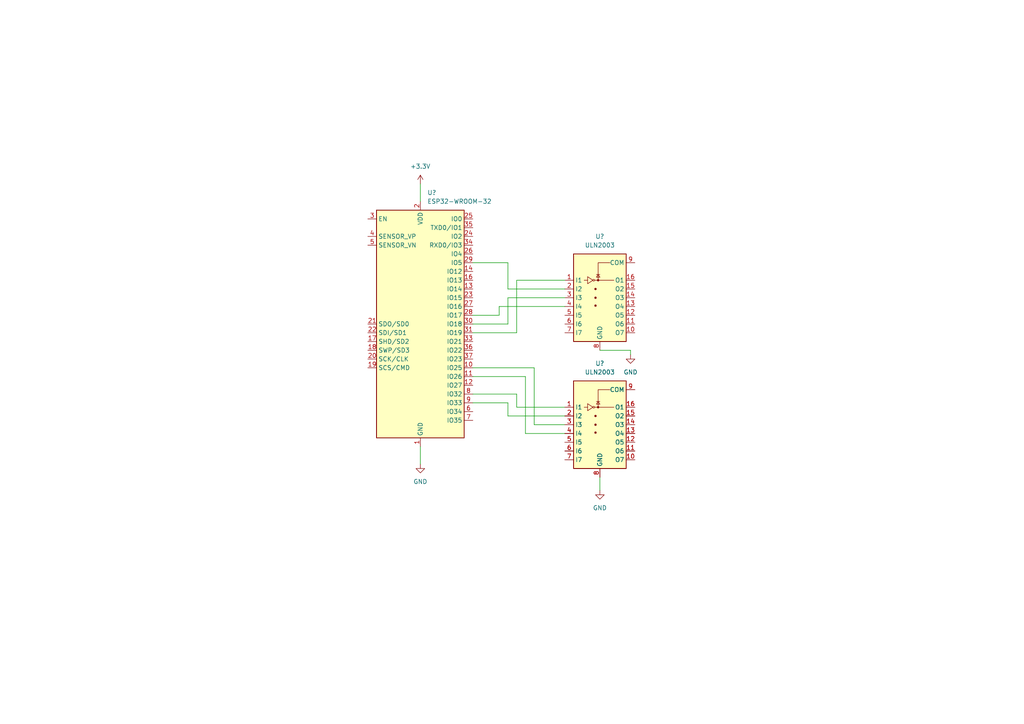
<source format=kicad_sch>
(kicad_sch (version 20211123) (generator eeschema)
  (paper "A4")
  (lib_symbols
    (symbol "RF_Module:ESP32-WROOM-32"
      (property "Reference" "U" (at -12.7 34.29 0))
      (property "Value" "ESP32-WROOM-32" (at 1.27 34.29 0))
      (symbol "ESP32-WROOM-32_0_1"
        (rectangle (start -12.7 33.02) (end 12.7 -33.02) (stroke (width 0.254)) (fill (type background)))
      )
      (symbol "ESP32-WROOM-32_1_1"
        (pin power_in line (at 0 -35.56 90) (length 2.54) (name "GND") (number "1"))
        (pin bidirectional line (at 15.24 -12.7 180) (length 2.54) (name "IO25") (number "10"))
        (pin bidirectional line (at 15.24 -15.24 180) (length 2.54) (name "IO26") (number "11"))
        (pin bidirectional line (at 15.24 -17.78 180) (length 2.54) (name "IO27") (number "12"))
        (pin bidirectional line (at 15.24 10.16 180) (length 2.54) (name "IO14") (number "13"))
        (pin bidirectional line (at 15.24 15.24 180) (length 2.54) (name "IO12") (number "14"))
        (pin passive line (at 0 -35.56 90) (length 2.54) hide (name "GND") (number "15"))
        (pin bidirectional line (at 15.24 12.7 180) (length 2.54) (name "IO13") (number "16"))
        (pin bidirectional line (at -15.24 -5.08 0) (length 2.54) (name "SHD/SD2") (number "17"))
        (pin bidirectional line (at -15.24 -7.62 0) (length 2.54) (name "SWP/SD3") (number "18"))
        (pin bidirectional line (at -15.24 -12.7 0) (length 2.54) (name "SCS/CMD") (number "19"))
        (pin power_in line (at 0 35.56 270) (length 2.54) (name "VDD") (number "2"))
        (pin bidirectional line (at -15.24 -10.16 0) (length 2.54) (name "SCK/CLK") (number "20"))
        (pin bidirectional line (at -15.24 0 0) (length 2.54) (name "SDO/SD0") (number "21"))
        (pin bidirectional line (at -15.24 -2.54 0) (length 2.54) (name "SDI/SD1") (number "22"))
        (pin bidirectional line (at 15.24 7.62 180) (length 2.54) (name "IO15") (number "23"))
        (pin bidirectional line (at 15.24 25.4 180) (length 2.54) (name "IO2") (number "24"))
        (pin bidirectional line (at 15.24 30.48 180) (length 2.54) (name "IO0") (number "25"))
        (pin bidirectional line (at 15.24 20.32 180) (length 2.54) (name "IO4") (number "26"))
        (pin bidirectional line (at 15.24 5.08 180) (length 2.54) (name "IO16") (number "27"))
        (pin bidirectional line (at 15.24 2.54 180) (length 2.54) (name "IO17") (number "28"))
        (pin bidirectional line (at 15.24 17.78 180) (length 2.54) (name "IO5") (number "29"))
        (pin input line (at -15.24 30.48 0) (length 2.54) (name "EN") (number "3"))
        (pin bidirectional line (at 15.24 0 180) (length 2.54) (name "IO18") (number "30"))
        (pin bidirectional line (at 15.24 -2.54 180) (length 2.54) (name "IO19") (number "31"))
        (pin no_connect line (at -12.7 -27.94 0) (length 2.54) hide (name "NC") (number "32"))
        (pin bidirectional line (at 15.24 -5.08 180) (length 2.54) (name "IO21") (number "33"))
        (pin bidirectional line (at 15.24 22.86 180) (length 2.54) (name "RXD0/IO3") (number "34"))
        (pin bidirectional line (at 15.24 27.94 180) (length 2.54) (name "TXD0/IO1") (number "35"))
        (pin bidirectional line (at 15.24 -7.62 180) (length 2.54) (name "IO22") (number "36"))
        (pin bidirectional line (at 15.24 -10.16 180) (length 2.54) (name "IO23") (number "37"))
        (pin passive line (at 0 -35.56 90) (length 2.54) hide (name "GND") (number "38"))
        (pin passive line (at 0 -35.56 90) (length 2.54) hide (name "GND") (number "39"))
        (pin input line (at -15.24 25.4 0) (length 2.54) (name "SENSOR_VP") (number "4"))
        (pin input line (at -15.24 22.86 0) (length 2.54) (name "SENSOR_VN") (number "5"))
        (pin input line (at 15.24 -25.4 180) (length 2.54) (name "IO34") (number "6"))
        (pin input line (at 15.24 -27.94 180) (length 2.54) (name "IO35") (number "7"))
        (pin bidirectional line (at 15.24 -20.32 180) (length 2.54) (name "IO32") (number "8"))
        (pin bidirectional line (at 15.24 -22.86 180) (length 2.54) (name "IO33") (number "9"))
      )
    )
    (symbol "Transistor_Array:ULN2003"
      (property "Reference" "U" (at 0 15.875 0))
      (property "Value" "ULN2003" (at 0 13.97 0))
      (symbol "ULN2003_0_1"
        (rectangle (start -7.62 -12.7) (end 7.62 12.7) (stroke (width 0.254)) (fill (type background)))
        (circle (center -1.778 5.08) (radius 0.254))
        (circle (center -1.27 -2.286) (radius 0.254) (fill (type outline)))
        (circle (center -1.27 0) (radius 0.254) (fill (type outline)))
        (circle (center -1.27 2.54) (radius 0.254) (fill (type outline)))
        (circle (center -0.508 5.08) (radius 0.254) (fill (type outline)))
        (polyline (pts (xy -4.572 5.08) (xy -3.556 5.08)))
        (polyline (pts (xy -1.524 5.08) (xy 4.064 5.08)))
        (polyline (pts (xy 0 6.731) (xy -1.016 6.731)))
        (polyline (pts (xy -0.508 5.08) (xy -0.508 10.16) (xy 2.921 10.16)))
        (polyline (pts (xy -3.556 6.096) (xy -3.556 4.064) (xy -2.032 5.08) (xy -3.556 6.096)))
        (polyline (pts (xy 0 5.969) (xy -1.016 5.969) (xy -0.508 6.731) (xy 0 5.969)))
      )
      (symbol "ULN2003_1_1"
        (pin input line (at -10.16 5.08 0) (length 2.54) (name "I1") (number "1"))
        (pin open_collector line (at 10.16 -10.16 180) (length 2.54) (name "O7") (number "10"))
        (pin open_collector line (at 10.16 -7.62 180) (length 2.54) (name "O6") (number "11"))
        (pin open_collector line (at 10.16 -5.08 180) (length 2.54) (name "O5") (number "12"))
        (pin open_collector line (at 10.16 -2.54 180) (length 2.54) (name "O4") (number "13"))
        (pin open_collector line (at 10.16 0 180) (length 2.54) (name "O3") (number "14"))
        (pin open_collector line (at 10.16 2.54 180) (length 2.54) (name "O2") (number "15"))
        (pin open_collector line (at 10.16 5.08 180) (length 2.54) (name "O1") (number "16"))
        (pin input line (at -10.16 2.54 0) (length 2.54) (name "I2") (number "2"))
        (pin input line (at -10.16 0 0) (length 2.54) (name "I3") (number "3"))
        (pin input line (at -10.16 -2.54 0) (length 2.54) (name "I4") (number "4"))
        (pin input line (at -10.16 -5.08 0) (length 2.54) (name "I5") (number "5"))
        (pin input line (at -10.16 -7.62 0) (length 2.54) (name "I6") (number "6"))
        (pin input line (at -10.16 -10.16 0) (length 2.54) (name "I7") (number "7"))
        (pin power_in line (at 0 -15.24 90) (length 2.54) (name "GND") (number "8"))
        (pin passive line (at 10.16 10.16 180) (length 2.54) (name "COM") (number "9"))
      )
    )
    (symbol "power:+3.3V" (power) (pin_names (offset 0))
      (property "Value" "+3.3V" (at 0 3.556 0))
      (symbol "+3.3V_0_1"
        (polyline (pts (xy -0.762 1.27) (xy 0 2.54)))
        (polyline (pts (xy 0 0) (xy 0 2.54)))
        (polyline (pts (xy 0 2.54) (xy 0.762 1.27)))
      )
      (symbol "+3.3V_1_1"
        (pin power_in line (at 0 0 90) (length 0) hide (name "+3.3V") (number "1"))
      )
    )
    (symbol "power:GND" (power) (pin_names (offset 0))
      (property "Value" "GND" (at 0 -3.81 0))
      (symbol "GND_0_1"
        (polyline (pts (xy 0 0) (xy 0 -1.27) (xy 1.27 -1.27) (xy 0 -2.54) (xy -1.27 -1.27) (xy 0 -1.27)))
      )
      (symbol "GND_1_1"
        (pin power_in line (at 0 0 270) (length 0) hide (name "GND") (number "1"))
      )
    )
  )
  (wire (pts (xy 173.99 101.6) (xy 182.88 101.6)))
  (wire (pts (xy 137.16 93.98) (xy 147.32 93.98)))
  (wire (pts (xy 182.88 101.6) (xy 182.88 102.87)))
  (wire (pts (xy 137.16 114.3) (xy 149.86 114.3)))
  (wire (pts (xy 154.94 123.19) (xy 163.83 123.19)))
  (wire (pts (xy 147.32 93.98) (xy 147.32 86.36)))
  (wire (pts (xy 137.16 106.68) (xy 154.94 106.68)))
  (wire (pts (xy 154.94 106.68) (xy 154.94 123.19)))
  (wire (pts (xy 147.32 116.84) (xy 147.32 120.65)))
  (wire (pts (xy 149.86 114.3) (xy 149.86 118.11)))
  (wire (pts (xy 149.86 81.28) (xy 163.83 81.28)))
  (wire (pts (xy 152.4 125.73) (xy 163.83 125.73)))
  (wire (pts (xy 144.78 91.44) (xy 144.78 88.9)))
  (wire (pts (xy 137.16 109.22) (xy 152.4 109.22)))
  (wire (pts (xy 121.92 53.34) (xy 121.92 58.42)))
  (wire (pts (xy 152.4 109.22) (xy 152.4 125.73)))
  (wire (pts (xy 147.32 86.36) (xy 163.83 86.36)))
  (wire (pts (xy 137.16 96.52) (xy 149.86 96.52)))
  (wire (pts (xy 173.99 138.43) (xy 173.99 142.24)))
  (wire (pts (xy 147.32 83.82) (xy 163.83 83.82)))
  (wire (pts (xy 121.92 129.54) (xy 121.92 134.62)))
  (wire (pts (xy 137.16 76.2) (xy 147.32 76.2)))
  (wire (pts (xy 144.78 88.9) (xy 163.83 88.9)))
  (wire (pts (xy 147.32 120.65) (xy 163.83 120.65)))
  (wire (pts (xy 149.86 118.11) (xy 163.83 118.11)))
  (wire (pts (xy 137.16 91.44) (xy 144.78 91.44)))
  (wire (pts (xy 137.16 116.84) (xy 147.32 116.84)))
  (wire (pts (xy 149.86 96.52) (xy 149.86 81.28)))
  (wire (pts (xy 147.32 76.2) (xy 147.32 83.82)))
  (symbol (lib_id "Transistor_Array:ULN2003") (at 173.99 123.19 0) (unit 1)
    (property "Reference" "U?" (at 173.99 105.41 0))
    (property "Value" "ULN2003" (at 173.99 107.95 0))
    (property "Datasheet" "http://www.ti.com/lit/ds/symlink/uln2003a.pdf" (effects hide))
  )
  (symbol (lib_id "Transistor_Array:ULN2003") (at 173.99 86.36 0) (unit 1)
    (property "Reference" "U?" (at 173.99 68.58 0))
    (property "Value" "ULN2003" (at 173.99 71.12 0))
    (property "Datasheet" "http://www.ti.com/lit/ds/symlink/uln2003a.pdf" (effects hide))
  )
  (symbol (lib_id "power:GND") (at 173.99 142.24 0) (unit 1)
    (property "Reference" "#PWR?" (effects hide))
    (property "Value" "GND" (at 173.99 147.32 0))
  )
  (symbol (lib_id "power:GND") (at 121.92 134.62 0) (unit 1)
    (property "Reference" "#PWR?" (effects hide))
    (property "Value" "GND" (at 121.92 139.7 0))
  )
  (symbol (lib_id "power:GND") (at 182.88 102.87 0) (unit 1)
    (property "Reference" "#PWR?" (effects hide))
    (property "Value" "GND" (at 182.88 107.95 0))
  )
  (symbol (lib_id "power:+3.3V") (at 121.92 53.34 0) (unit 1)
    (property "Reference" "#PWR?" (effects hide))
    (property "Value" "+3.3V" (at 121.92 48.26 0))
  )
  (symbol (lib_id "RF_Module:ESP32-WROOM-32") (at 121.92 93.98 0) (unit 1)
    (property "Reference" "U?" (at 123.9394 55.88 0) (effects (justify left)))
    (property "Value" "ESP32-WROOM-32" (at 123.9394 58.42 0) (effects (justify left)))
    (property "Footprint" "RF_Module:ESP32-WROOM-32" (effects hide))
    (property "Datasheet" "https://www.espressif.com/sites/default/files/documentation/esp32-wroom-32_datasheet_en.pdf" (effects hide))
  )
)
</source>
